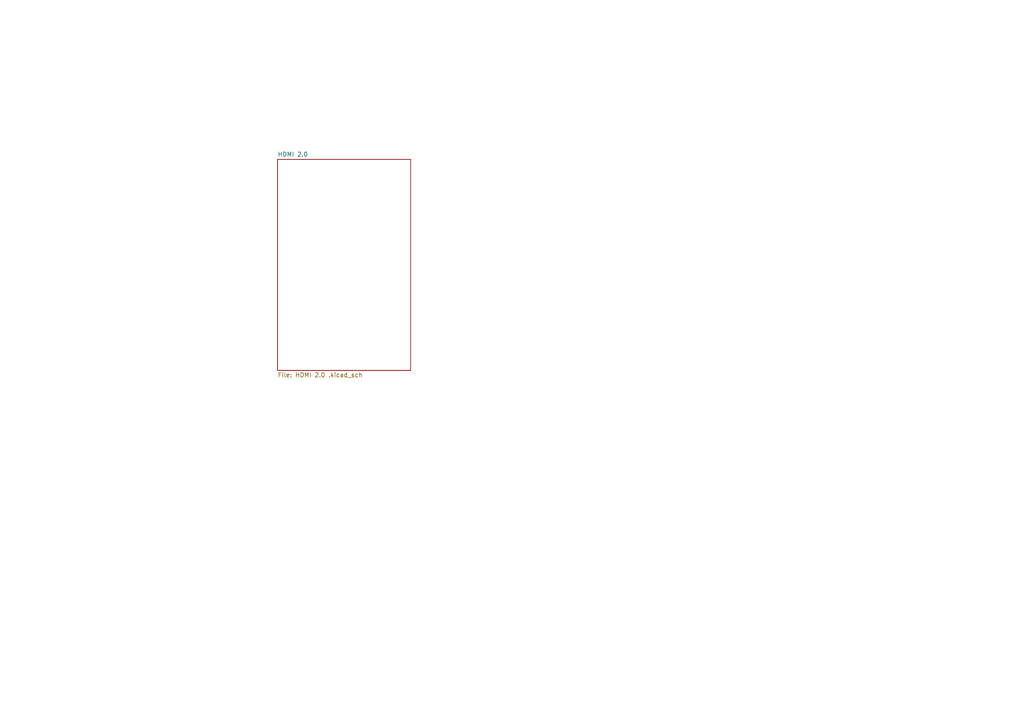
<source format=kicad_sch>
(kicad_sch (version 20230819) (generator eeschema)
  (paper "A4")
  (lib_symbols)
  (sheet (at 80.518 46.228) (size 38.608 61.214) (stroke (width 0.1524))
    (property "Sheetname" "HDMI 2.0 " (at 80.518 45.5164 0) (effects (justify left bottom)))
    (property "Sheetfile" "HDMI 2.0 .kicad_sch" (at 80.518 108.0266 0) (effects (justify left top)))
  )
)
</source>
